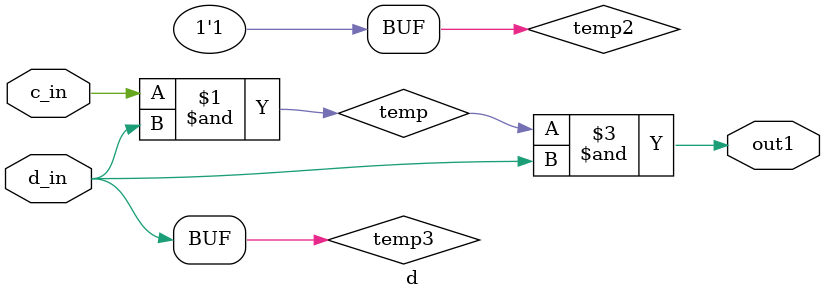
<source format=v>
`define BITS 2         // Bit width of the operands

module 	bm_dag6_mod(clock, 
		reset_n, 
		a_in, 
		b_in,
		c_in, 
		d_in, 
		out0,
		out1);

// SIGNAL DECLARATIONS
input	clock;
input 	reset_n;

input [`BITS-1:0] a_in;
input [`BITS-1:0] b_in;
input c_in;
input d_in;

output [`BITS-1:0] out0;
output  out1;

reg [`BITS-1:0]    out0;
reg     out1;

wire [`BITS-1:0] temp_a;
wire [`BITS-1:0] temp_b;
wire temp_c;
wire temp_d;

a top_a(.a_in({a_in[0], c_in}), .b_in(2'b10), .out(temp_a));
b top_b(a_in, b_in, temp_b);
c top_c(c_in, d_in, temp_c);
d top_d(c_in, d_in, temp_d);

and(out0[0], temp_a[0], temp_b[0]);
and(out0[1], temp_a[1], temp_b[1]);
or(out1, temp_c, temp_d);

endmodule

/*---------------------------------------------------------*/
module a(
		a_in,
		b_in,
		out);

input [`BITS-1:0] a_in;
input [`BITS-1:0] b_in;
output [`BITS-1:0] out;
reg [`BITS-1:0] out;

xor(out[0], a_in[0], b_in[0]);
xnor(out[1], a_in[1], b_in[1]);

endmodule

/*---------------------------------------------------------*/
module b(
		a_in,
		b_in,
		out);

input [`BITS-1:0] a_in;
input [`BITS-1:0] b_in;
output [`BITS-1:0]    out;
reg [`BITS-1:0] out;
reg [`BITS-1:0] temp;

nand(temp[0], a_in[0], b_in[0]);
nand(temp[1], a_in[1], b_in[1]);
nor(out[0], a_in[0], temp[0]);
nor(out[1], a_in[1], temp[1]);

endmodule

/*---------------------------------------------------------*/
module 	c(
		c_in, 
		d_in, 
		out1);

// SIGNAL DECLARATIONS
input c_in;
input d_in;
output  out1;
reg     out1;
reg     temp;

and(temp, c_in, d_in);
and(out1, temp, d_in);

endmodule

/*---------------------------------------------------------*/
module 	d(
		c_in, 
		d_in, 
		out1);

// SIGNAL DECLARATIONS
input c_in;
input d_in;
output  out1;
reg     out1;
reg temp;
reg temp2;
reg temp3;

//not(temp2, 1'b0);
not(temp2, 1'b0);
and(temp, c_in, temp3);
and(temp3, d_in, temp2);
and(out1, temp, d_in);

endmodule



</source>
